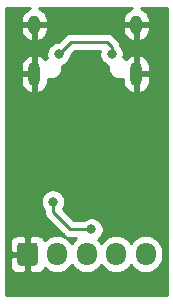
<source format=gbl>
G04 #@! TF.GenerationSoftware,KiCad,Pcbnew,(5.1.12)-1*
G04 #@! TF.CreationDate,2022-09-04T19:37:19+09:00*
G04 #@! TF.ProjectId,AT,41542e6b-6963-4616-945f-706362585858,rev?*
G04 #@! TF.SameCoordinates,PX791ddc0PY4323800*
G04 #@! TF.FileFunction,Copper,L2,Bot*
G04 #@! TF.FilePolarity,Positive*
%FSLAX46Y46*%
G04 Gerber Fmt 4.6, Leading zero omitted, Abs format (unit mm)*
G04 Created by KiCad (PCBNEW (5.1.12)-1) date 2022-09-04 19:37:19*
%MOMM*%
%LPD*%
G01*
G04 APERTURE LIST*
G04 #@! TA.AperFunction,ComponentPad*
%ADD10O,1.700000X1.950000*%
G04 #@! TD*
G04 #@! TA.AperFunction,ComponentPad*
%ADD11O,1.000000X1.600000*%
G04 #@! TD*
G04 #@! TA.AperFunction,ComponentPad*
%ADD12O,1.000000X2.100000*%
G04 #@! TD*
G04 #@! TA.AperFunction,ViaPad*
%ADD13C,0.800000*%
G04 #@! TD*
G04 #@! TA.AperFunction,Conductor*
%ADD14C,0.250000*%
G04 #@! TD*
G04 #@! TA.AperFunction,Conductor*
%ADD15C,0.254000*%
G04 #@! TD*
G04 #@! TA.AperFunction,Conductor*
%ADD16C,0.100000*%
G04 #@! TD*
G04 APERTURE END LIST*
D10*
G04 #@! TO.P,J2,5*
G04 #@! TO.N,Net-(J2-Pad5)*
X12510000Y-21460000D03*
G04 #@! TO.P,J2,4*
G04 #@! TO.N,Net-(J2-Pad4)*
X10010000Y-21460000D03*
G04 #@! TO.P,J2,3*
G04 #@! TO.N,N/C*
X7510000Y-21460000D03*
G04 #@! TO.P,J2,2*
G04 #@! TO.N,Net-(J2-Pad2)*
X5010000Y-21460000D03*
G04 #@! TO.P,J2,1*
G04 #@! TO.N,GND*
G04 #@! TA.AperFunction,ComponentPad*
G36*
G01*
X1660000Y-22185000D02*
X1660000Y-20735000D01*
G75*
G02*
X1910000Y-20485000I250000J0D01*
G01*
X3110000Y-20485000D01*
G75*
G02*
X3360000Y-20735000I0J-250000D01*
G01*
X3360000Y-22185000D01*
G75*
G02*
X3110000Y-22435000I-250000J0D01*
G01*
X1910000Y-22435000D01*
G75*
G02*
X1660000Y-22185000I0J250000D01*
G01*
G37*
G04 #@! TD.AperFunction*
G04 #@! TD*
D11*
G04 #@! TO.P,J1,S1*
G04 #@! TO.N,GND*
X3080000Y-2025000D03*
X11720000Y-2025000D03*
D12*
X3080000Y-6205000D03*
X11720000Y-6205000D03*
G04 #@! TD*
D13*
G04 #@! TO.N,GND*
X11260000Y-12210000D03*
X12510000Y-18870000D03*
X1760000Y-14120000D03*
X5390000Y-24240000D03*
X13750000Y-2120000D03*
X7830000Y-1310000D03*
X1340000Y-1480000D03*
G04 #@! TO.N,Net-(F1-Pad2)*
X9630000Y-4510000D03*
X5150000Y-4520000D03*
G04 #@! TO.N,Net-(J2-Pad4)*
X4660000Y-17020000D03*
X7920000Y-19370000D03*
G04 #@! TD*
D14*
G04 #@! TO.N,Net-(F1-Pad2)*
X9630000Y-4510000D02*
X9630000Y-3890000D01*
X9630000Y-3890000D02*
X9220000Y-3480000D01*
X9220000Y-3480000D02*
X6190000Y-3480000D01*
X6190000Y-3480000D02*
X5150000Y-4520000D01*
X5150000Y-4520000D02*
X5150000Y-4520000D01*
G04 #@! TO.N,Net-(J2-Pad4)*
X7920000Y-19370000D02*
X6140000Y-19370000D01*
X4660000Y-17890000D02*
X4660000Y-17020000D01*
X6140000Y-19370000D02*
X4660000Y-17890000D01*
G04 #@! TD*
D15*
G04 #@! TO.N,GND*
X2555024Y-710724D02*
X2367236Y-832631D01*
X2206839Y-988831D01*
X2079997Y-1173322D01*
X1991585Y-1379013D01*
X1945000Y-1598000D01*
X1945000Y-1898000D01*
X2953000Y-1898000D01*
X2953000Y-1878000D01*
X3207000Y-1878000D01*
X3207000Y-1898000D01*
X4215000Y-1898000D01*
X4215000Y-1598000D01*
X4168415Y-1379013D01*
X4080003Y-1173322D01*
X3953161Y-988831D01*
X3792764Y-832631D01*
X3604976Y-710724D01*
X3463240Y-660000D01*
X11336760Y-660000D01*
X11195024Y-710724D01*
X11007236Y-832631D01*
X10846839Y-988831D01*
X10719997Y-1173322D01*
X10631585Y-1379013D01*
X10585000Y-1598000D01*
X10585000Y-1898000D01*
X11593000Y-1898000D01*
X11593000Y-1878000D01*
X11847000Y-1878000D01*
X11847000Y-1898000D01*
X12855000Y-1898000D01*
X12855000Y-1598000D01*
X12808415Y-1379013D01*
X12720003Y-1173322D01*
X12593161Y-988831D01*
X12432764Y-832631D01*
X12244976Y-710724D01*
X12103240Y-660000D01*
X14340000Y-660000D01*
X14340001Y-24940000D01*
X660000Y-24940000D01*
X660000Y-22435000D01*
X1021928Y-22435000D01*
X1034188Y-22559482D01*
X1070498Y-22679180D01*
X1129463Y-22789494D01*
X1208815Y-22886185D01*
X1305506Y-22965537D01*
X1415820Y-23024502D01*
X1535518Y-23060812D01*
X1660000Y-23073072D01*
X2224250Y-23070000D01*
X2383000Y-22911250D01*
X2383000Y-21587000D01*
X1183750Y-21587000D01*
X1025000Y-21745750D01*
X1021928Y-22435000D01*
X660000Y-22435000D01*
X660000Y-20485000D01*
X1021928Y-20485000D01*
X1025000Y-21174250D01*
X1183750Y-21333000D01*
X2383000Y-21333000D01*
X2383000Y-20008750D01*
X2637000Y-20008750D01*
X2637000Y-21333000D01*
X2657000Y-21333000D01*
X2657000Y-21587000D01*
X2637000Y-21587000D01*
X2637000Y-22911250D01*
X2795750Y-23070000D01*
X3360000Y-23073072D01*
X3484482Y-23060812D01*
X3604180Y-23024502D01*
X3714494Y-22965537D01*
X3811185Y-22886185D01*
X3890537Y-22789494D01*
X3949502Y-22679180D01*
X3960055Y-22644392D01*
X4180987Y-22825706D01*
X4438967Y-22963599D01*
X4718890Y-23048513D01*
X5010000Y-23077185D01*
X5301111Y-23048513D01*
X5581034Y-22963599D01*
X5839014Y-22825706D01*
X6065134Y-22640134D01*
X6250706Y-22414014D01*
X6260000Y-22396626D01*
X6269294Y-22414014D01*
X6454866Y-22640134D01*
X6680987Y-22825706D01*
X6938967Y-22963599D01*
X7218890Y-23048513D01*
X7510000Y-23077185D01*
X7801111Y-23048513D01*
X8081034Y-22963599D01*
X8339014Y-22825706D01*
X8565134Y-22640134D01*
X8750706Y-22414014D01*
X8760000Y-22396626D01*
X8769294Y-22414014D01*
X8954866Y-22640134D01*
X9180987Y-22825706D01*
X9438967Y-22963599D01*
X9718890Y-23048513D01*
X10010000Y-23077185D01*
X10301111Y-23048513D01*
X10581034Y-22963599D01*
X10839014Y-22825706D01*
X11065134Y-22640134D01*
X11250706Y-22414014D01*
X11260000Y-22396626D01*
X11269294Y-22414014D01*
X11454866Y-22640134D01*
X11680987Y-22825706D01*
X11938967Y-22963599D01*
X12218890Y-23048513D01*
X12510000Y-23077185D01*
X12801111Y-23048513D01*
X13081034Y-22963599D01*
X13339014Y-22825706D01*
X13565134Y-22640134D01*
X13750706Y-22414014D01*
X13888599Y-22156033D01*
X13973513Y-21876110D01*
X13995000Y-21657949D01*
X13995000Y-21262050D01*
X13973513Y-21043889D01*
X13888599Y-20763966D01*
X13750706Y-20505986D01*
X13565134Y-20279866D01*
X13339013Y-20094294D01*
X13081033Y-19956401D01*
X12801110Y-19871487D01*
X12510000Y-19842815D01*
X12218889Y-19871487D01*
X11938966Y-19956401D01*
X11680986Y-20094294D01*
X11454866Y-20279866D01*
X11269294Y-20505987D01*
X11260000Y-20523374D01*
X11250706Y-20505986D01*
X11065134Y-20279866D01*
X10839013Y-20094294D01*
X10581033Y-19956401D01*
X10301110Y-19871487D01*
X10010000Y-19842815D01*
X9718889Y-19871487D01*
X9438966Y-19956401D01*
X9180986Y-20094294D01*
X8954866Y-20279866D01*
X8769294Y-20505987D01*
X8760000Y-20523374D01*
X8750706Y-20505986D01*
X8565134Y-20279866D01*
X8500556Y-20226869D01*
X8579774Y-20173937D01*
X8723937Y-20029774D01*
X8837205Y-19860256D01*
X8915226Y-19671898D01*
X8955000Y-19471939D01*
X8955000Y-19268061D01*
X8915226Y-19068102D01*
X8837205Y-18879744D01*
X8723937Y-18710226D01*
X8579774Y-18566063D01*
X8410256Y-18452795D01*
X8221898Y-18374774D01*
X8021939Y-18335000D01*
X7818061Y-18335000D01*
X7618102Y-18374774D01*
X7429744Y-18452795D01*
X7260226Y-18566063D01*
X7216289Y-18610000D01*
X6454802Y-18610000D01*
X5488225Y-17643424D01*
X5577205Y-17510256D01*
X5655226Y-17321898D01*
X5695000Y-17121939D01*
X5695000Y-16918061D01*
X5655226Y-16718102D01*
X5577205Y-16529744D01*
X5463937Y-16360226D01*
X5319774Y-16216063D01*
X5150256Y-16102795D01*
X4961898Y-16024774D01*
X4761939Y-15985000D01*
X4558061Y-15985000D01*
X4358102Y-16024774D01*
X4169744Y-16102795D01*
X4000226Y-16216063D01*
X3856063Y-16360226D01*
X3742795Y-16529744D01*
X3664774Y-16718102D01*
X3625000Y-16918061D01*
X3625000Y-17121939D01*
X3664774Y-17321898D01*
X3742795Y-17510256D01*
X3856063Y-17679774D01*
X3900000Y-17723711D01*
X3900000Y-17852678D01*
X3896324Y-17890000D01*
X3900000Y-17927322D01*
X3900000Y-17927332D01*
X3910997Y-18038985D01*
X3954454Y-18182246D01*
X4025026Y-18314276D01*
X4042034Y-18335000D01*
X4119999Y-18430001D01*
X4149003Y-18453804D01*
X5576201Y-19881003D01*
X5599999Y-19910001D01*
X5628997Y-19933799D01*
X5715723Y-20004974D01*
X5847753Y-20075546D01*
X5991014Y-20119003D01*
X6102667Y-20130000D01*
X6102676Y-20130000D01*
X6139999Y-20133676D01*
X6177322Y-20130000D01*
X6637478Y-20130000D01*
X6454866Y-20279866D01*
X6269294Y-20505987D01*
X6260000Y-20523374D01*
X6250706Y-20505986D01*
X6065134Y-20279866D01*
X5839013Y-20094294D01*
X5581033Y-19956401D01*
X5301110Y-19871487D01*
X5010000Y-19842815D01*
X4718889Y-19871487D01*
X4438966Y-19956401D01*
X4180986Y-20094294D01*
X3960055Y-20275608D01*
X3949502Y-20240820D01*
X3890537Y-20130506D01*
X3811185Y-20033815D01*
X3714494Y-19954463D01*
X3604180Y-19895498D01*
X3484482Y-19859188D01*
X3360000Y-19846928D01*
X2795750Y-19850000D01*
X2637000Y-20008750D01*
X2383000Y-20008750D01*
X2224250Y-19850000D01*
X1660000Y-19846928D01*
X1535518Y-19859188D01*
X1415820Y-19895498D01*
X1305506Y-19954463D01*
X1208815Y-20033815D01*
X1129463Y-20130506D01*
X1070498Y-20240820D01*
X1034188Y-20360518D01*
X1021928Y-20485000D01*
X660000Y-20485000D01*
X660000Y-6332000D01*
X1945000Y-6332000D01*
X1945000Y-6882000D01*
X1991585Y-7100987D01*
X2079997Y-7306678D01*
X2206839Y-7491169D01*
X2367236Y-7647369D01*
X2555024Y-7769276D01*
X2778126Y-7849119D01*
X2953000Y-7722954D01*
X2953000Y-6332000D01*
X1945000Y-6332000D01*
X660000Y-6332000D01*
X660000Y-5528000D01*
X1945000Y-5528000D01*
X1945000Y-6078000D01*
X2953000Y-6078000D01*
X2953000Y-4687046D01*
X3207000Y-4687046D01*
X3207000Y-6078000D01*
X3227000Y-6078000D01*
X3227000Y-6332000D01*
X3207000Y-6332000D01*
X3207000Y-7722954D01*
X3381874Y-7849119D01*
X3604976Y-7769276D01*
X3792764Y-7647369D01*
X3953161Y-7491169D01*
X4080003Y-7306678D01*
X4168415Y-7100987D01*
X4215000Y-6882000D01*
X4215000Y-6621904D01*
X4229978Y-6628108D01*
X4415448Y-6665000D01*
X4604552Y-6665000D01*
X4790022Y-6628108D01*
X4964731Y-6555741D01*
X5121964Y-6450681D01*
X5255681Y-6316964D01*
X5360741Y-6159731D01*
X5433108Y-5985022D01*
X5470000Y-5799552D01*
X5470000Y-5610448D01*
X5451091Y-5515386D01*
X5451898Y-5515226D01*
X5640256Y-5437205D01*
X5809774Y-5323937D01*
X5953937Y-5179774D01*
X6067205Y-5010256D01*
X6145226Y-4821898D01*
X6185000Y-4621939D01*
X6185000Y-4559801D01*
X6504802Y-4240000D01*
X8628429Y-4240000D01*
X8595000Y-4408061D01*
X8595000Y-4611939D01*
X8634774Y-4811898D01*
X8712795Y-5000256D01*
X8826063Y-5169774D01*
X8970226Y-5313937D01*
X9139744Y-5427205D01*
X9328102Y-5505226D01*
X9350061Y-5509594D01*
X9330000Y-5610448D01*
X9330000Y-5799552D01*
X9366892Y-5985022D01*
X9439259Y-6159731D01*
X9544319Y-6316964D01*
X9678036Y-6450681D01*
X9835269Y-6555741D01*
X10009978Y-6628108D01*
X10195448Y-6665000D01*
X10384552Y-6665000D01*
X10570022Y-6628108D01*
X10585000Y-6621904D01*
X10585000Y-6882000D01*
X10631585Y-7100987D01*
X10719997Y-7306678D01*
X10846839Y-7491169D01*
X11007236Y-7647369D01*
X11195024Y-7769276D01*
X11418126Y-7849119D01*
X11593000Y-7722954D01*
X11593000Y-6332000D01*
X11847000Y-6332000D01*
X11847000Y-7722954D01*
X12021874Y-7849119D01*
X12244976Y-7769276D01*
X12432764Y-7647369D01*
X12593161Y-7491169D01*
X12720003Y-7306678D01*
X12808415Y-7100987D01*
X12855000Y-6882000D01*
X12855000Y-6332000D01*
X11847000Y-6332000D01*
X11593000Y-6332000D01*
X11573000Y-6332000D01*
X11573000Y-6078000D01*
X11593000Y-6078000D01*
X11593000Y-4687046D01*
X11847000Y-4687046D01*
X11847000Y-6078000D01*
X12855000Y-6078000D01*
X12855000Y-5528000D01*
X12808415Y-5309013D01*
X12720003Y-5103322D01*
X12593161Y-4918831D01*
X12432764Y-4762631D01*
X12244976Y-4640724D01*
X12021874Y-4560881D01*
X11847000Y-4687046D01*
X11593000Y-4687046D01*
X11418126Y-4560881D01*
X11195024Y-4640724D01*
X11007236Y-4762631D01*
X10846839Y-4918831D01*
X10845117Y-4921335D01*
X10744731Y-4854259D01*
X10626538Y-4805302D01*
X10665000Y-4611939D01*
X10665000Y-4408061D01*
X10625226Y-4208102D01*
X10547205Y-4019744D01*
X10433937Y-3850226D01*
X10384933Y-3801222D01*
X10379003Y-3741014D01*
X10335546Y-3597753D01*
X10272605Y-3480001D01*
X10264974Y-3465724D01*
X10170001Y-3349999D01*
X10140997Y-3326196D01*
X9783804Y-2969003D01*
X9760001Y-2939999D01*
X9644276Y-2845026D01*
X9512247Y-2774454D01*
X9368986Y-2730997D01*
X9257333Y-2720000D01*
X9257322Y-2720000D01*
X9220000Y-2716324D01*
X9182678Y-2720000D01*
X6227322Y-2720000D01*
X6189999Y-2716324D01*
X6152676Y-2720000D01*
X6152667Y-2720000D01*
X6041014Y-2730997D01*
X5897753Y-2774454D01*
X5765723Y-2845026D01*
X5682083Y-2913668D01*
X5649999Y-2939999D01*
X5626201Y-2968997D01*
X5110199Y-3485000D01*
X5048061Y-3485000D01*
X4848102Y-3524774D01*
X4659744Y-3602795D01*
X4490226Y-3716063D01*
X4346063Y-3860226D01*
X4232795Y-4029744D01*
X4154774Y-4218102D01*
X4115000Y-4418061D01*
X4115000Y-4621939D01*
X4153147Y-4813717D01*
X4055269Y-4854259D01*
X3954883Y-4921335D01*
X3953161Y-4918831D01*
X3792764Y-4762631D01*
X3604976Y-4640724D01*
X3381874Y-4560881D01*
X3207000Y-4687046D01*
X2953000Y-4687046D01*
X2778126Y-4560881D01*
X2555024Y-4640724D01*
X2367236Y-4762631D01*
X2206839Y-4918831D01*
X2079997Y-5103322D01*
X1991585Y-5309013D01*
X1945000Y-5528000D01*
X660000Y-5528000D01*
X660000Y-2152000D01*
X1945000Y-2152000D01*
X1945000Y-2452000D01*
X1991585Y-2670987D01*
X2079997Y-2876678D01*
X2206839Y-3061169D01*
X2367236Y-3217369D01*
X2555024Y-3339276D01*
X2778126Y-3419119D01*
X2953000Y-3292954D01*
X2953000Y-2152000D01*
X3207000Y-2152000D01*
X3207000Y-3292954D01*
X3381874Y-3419119D01*
X3604976Y-3339276D01*
X3792764Y-3217369D01*
X3953161Y-3061169D01*
X4080003Y-2876678D01*
X4168415Y-2670987D01*
X4215000Y-2452000D01*
X4215000Y-2152000D01*
X10585000Y-2152000D01*
X10585000Y-2452000D01*
X10631585Y-2670987D01*
X10719997Y-2876678D01*
X10846839Y-3061169D01*
X11007236Y-3217369D01*
X11195024Y-3339276D01*
X11418126Y-3419119D01*
X11593000Y-3292954D01*
X11593000Y-2152000D01*
X11847000Y-2152000D01*
X11847000Y-3292954D01*
X12021874Y-3419119D01*
X12244976Y-3339276D01*
X12432764Y-3217369D01*
X12593161Y-3061169D01*
X12720003Y-2876678D01*
X12808415Y-2670987D01*
X12855000Y-2452000D01*
X12855000Y-2152000D01*
X11847000Y-2152000D01*
X11593000Y-2152000D01*
X10585000Y-2152000D01*
X4215000Y-2152000D01*
X3207000Y-2152000D01*
X2953000Y-2152000D01*
X1945000Y-2152000D01*
X660000Y-2152000D01*
X660000Y-660000D01*
X2696760Y-660000D01*
X2555024Y-710724D01*
G04 #@! TA.AperFunction,Conductor*
D16*
G36*
X2555024Y-710724D02*
G01*
X2367236Y-832631D01*
X2206839Y-988831D01*
X2079997Y-1173322D01*
X1991585Y-1379013D01*
X1945000Y-1598000D01*
X1945000Y-1898000D01*
X2953000Y-1898000D01*
X2953000Y-1878000D01*
X3207000Y-1878000D01*
X3207000Y-1898000D01*
X4215000Y-1898000D01*
X4215000Y-1598000D01*
X4168415Y-1379013D01*
X4080003Y-1173322D01*
X3953161Y-988831D01*
X3792764Y-832631D01*
X3604976Y-710724D01*
X3463240Y-660000D01*
X11336760Y-660000D01*
X11195024Y-710724D01*
X11007236Y-832631D01*
X10846839Y-988831D01*
X10719997Y-1173322D01*
X10631585Y-1379013D01*
X10585000Y-1598000D01*
X10585000Y-1898000D01*
X11593000Y-1898000D01*
X11593000Y-1878000D01*
X11847000Y-1878000D01*
X11847000Y-1898000D01*
X12855000Y-1898000D01*
X12855000Y-1598000D01*
X12808415Y-1379013D01*
X12720003Y-1173322D01*
X12593161Y-988831D01*
X12432764Y-832631D01*
X12244976Y-710724D01*
X12103240Y-660000D01*
X14340000Y-660000D01*
X14340001Y-24940000D01*
X660000Y-24940000D01*
X660000Y-22435000D01*
X1021928Y-22435000D01*
X1034188Y-22559482D01*
X1070498Y-22679180D01*
X1129463Y-22789494D01*
X1208815Y-22886185D01*
X1305506Y-22965537D01*
X1415820Y-23024502D01*
X1535518Y-23060812D01*
X1660000Y-23073072D01*
X2224250Y-23070000D01*
X2383000Y-22911250D01*
X2383000Y-21587000D01*
X1183750Y-21587000D01*
X1025000Y-21745750D01*
X1021928Y-22435000D01*
X660000Y-22435000D01*
X660000Y-20485000D01*
X1021928Y-20485000D01*
X1025000Y-21174250D01*
X1183750Y-21333000D01*
X2383000Y-21333000D01*
X2383000Y-20008750D01*
X2637000Y-20008750D01*
X2637000Y-21333000D01*
X2657000Y-21333000D01*
X2657000Y-21587000D01*
X2637000Y-21587000D01*
X2637000Y-22911250D01*
X2795750Y-23070000D01*
X3360000Y-23073072D01*
X3484482Y-23060812D01*
X3604180Y-23024502D01*
X3714494Y-22965537D01*
X3811185Y-22886185D01*
X3890537Y-22789494D01*
X3949502Y-22679180D01*
X3960055Y-22644392D01*
X4180987Y-22825706D01*
X4438967Y-22963599D01*
X4718890Y-23048513D01*
X5010000Y-23077185D01*
X5301111Y-23048513D01*
X5581034Y-22963599D01*
X5839014Y-22825706D01*
X6065134Y-22640134D01*
X6250706Y-22414014D01*
X6260000Y-22396626D01*
X6269294Y-22414014D01*
X6454866Y-22640134D01*
X6680987Y-22825706D01*
X6938967Y-22963599D01*
X7218890Y-23048513D01*
X7510000Y-23077185D01*
X7801111Y-23048513D01*
X8081034Y-22963599D01*
X8339014Y-22825706D01*
X8565134Y-22640134D01*
X8750706Y-22414014D01*
X8760000Y-22396626D01*
X8769294Y-22414014D01*
X8954866Y-22640134D01*
X9180987Y-22825706D01*
X9438967Y-22963599D01*
X9718890Y-23048513D01*
X10010000Y-23077185D01*
X10301111Y-23048513D01*
X10581034Y-22963599D01*
X10839014Y-22825706D01*
X11065134Y-22640134D01*
X11250706Y-22414014D01*
X11260000Y-22396626D01*
X11269294Y-22414014D01*
X11454866Y-22640134D01*
X11680987Y-22825706D01*
X11938967Y-22963599D01*
X12218890Y-23048513D01*
X12510000Y-23077185D01*
X12801111Y-23048513D01*
X13081034Y-22963599D01*
X13339014Y-22825706D01*
X13565134Y-22640134D01*
X13750706Y-22414014D01*
X13888599Y-22156033D01*
X13973513Y-21876110D01*
X13995000Y-21657949D01*
X13995000Y-21262050D01*
X13973513Y-21043889D01*
X13888599Y-20763966D01*
X13750706Y-20505986D01*
X13565134Y-20279866D01*
X13339013Y-20094294D01*
X13081033Y-19956401D01*
X12801110Y-19871487D01*
X12510000Y-19842815D01*
X12218889Y-19871487D01*
X11938966Y-19956401D01*
X11680986Y-20094294D01*
X11454866Y-20279866D01*
X11269294Y-20505987D01*
X11260000Y-20523374D01*
X11250706Y-20505986D01*
X11065134Y-20279866D01*
X10839013Y-20094294D01*
X10581033Y-19956401D01*
X10301110Y-19871487D01*
X10010000Y-19842815D01*
X9718889Y-19871487D01*
X9438966Y-19956401D01*
X9180986Y-20094294D01*
X8954866Y-20279866D01*
X8769294Y-20505987D01*
X8760000Y-20523374D01*
X8750706Y-20505986D01*
X8565134Y-20279866D01*
X8500556Y-20226869D01*
X8579774Y-20173937D01*
X8723937Y-20029774D01*
X8837205Y-19860256D01*
X8915226Y-19671898D01*
X8955000Y-19471939D01*
X8955000Y-19268061D01*
X8915226Y-19068102D01*
X8837205Y-18879744D01*
X8723937Y-18710226D01*
X8579774Y-18566063D01*
X8410256Y-18452795D01*
X8221898Y-18374774D01*
X8021939Y-18335000D01*
X7818061Y-18335000D01*
X7618102Y-18374774D01*
X7429744Y-18452795D01*
X7260226Y-18566063D01*
X7216289Y-18610000D01*
X6454802Y-18610000D01*
X5488225Y-17643424D01*
X5577205Y-17510256D01*
X5655226Y-17321898D01*
X5695000Y-17121939D01*
X5695000Y-16918061D01*
X5655226Y-16718102D01*
X5577205Y-16529744D01*
X5463937Y-16360226D01*
X5319774Y-16216063D01*
X5150256Y-16102795D01*
X4961898Y-16024774D01*
X4761939Y-15985000D01*
X4558061Y-15985000D01*
X4358102Y-16024774D01*
X4169744Y-16102795D01*
X4000226Y-16216063D01*
X3856063Y-16360226D01*
X3742795Y-16529744D01*
X3664774Y-16718102D01*
X3625000Y-16918061D01*
X3625000Y-17121939D01*
X3664774Y-17321898D01*
X3742795Y-17510256D01*
X3856063Y-17679774D01*
X3900000Y-17723711D01*
X3900000Y-17852678D01*
X3896324Y-17890000D01*
X3900000Y-17927322D01*
X3900000Y-17927332D01*
X3910997Y-18038985D01*
X3954454Y-18182246D01*
X4025026Y-18314276D01*
X4042034Y-18335000D01*
X4119999Y-18430001D01*
X4149003Y-18453804D01*
X5576201Y-19881003D01*
X5599999Y-19910001D01*
X5628997Y-19933799D01*
X5715723Y-20004974D01*
X5847753Y-20075546D01*
X5991014Y-20119003D01*
X6102667Y-20130000D01*
X6102676Y-20130000D01*
X6139999Y-20133676D01*
X6177322Y-20130000D01*
X6637478Y-20130000D01*
X6454866Y-20279866D01*
X6269294Y-20505987D01*
X6260000Y-20523374D01*
X6250706Y-20505986D01*
X6065134Y-20279866D01*
X5839013Y-20094294D01*
X5581033Y-19956401D01*
X5301110Y-19871487D01*
X5010000Y-19842815D01*
X4718889Y-19871487D01*
X4438966Y-19956401D01*
X4180986Y-20094294D01*
X3960055Y-20275608D01*
X3949502Y-20240820D01*
X3890537Y-20130506D01*
X3811185Y-20033815D01*
X3714494Y-19954463D01*
X3604180Y-19895498D01*
X3484482Y-19859188D01*
X3360000Y-19846928D01*
X2795750Y-19850000D01*
X2637000Y-20008750D01*
X2383000Y-20008750D01*
X2224250Y-19850000D01*
X1660000Y-19846928D01*
X1535518Y-19859188D01*
X1415820Y-19895498D01*
X1305506Y-19954463D01*
X1208815Y-20033815D01*
X1129463Y-20130506D01*
X1070498Y-20240820D01*
X1034188Y-20360518D01*
X1021928Y-20485000D01*
X660000Y-20485000D01*
X660000Y-6332000D01*
X1945000Y-6332000D01*
X1945000Y-6882000D01*
X1991585Y-7100987D01*
X2079997Y-7306678D01*
X2206839Y-7491169D01*
X2367236Y-7647369D01*
X2555024Y-7769276D01*
X2778126Y-7849119D01*
X2953000Y-7722954D01*
X2953000Y-6332000D01*
X1945000Y-6332000D01*
X660000Y-6332000D01*
X660000Y-5528000D01*
X1945000Y-5528000D01*
X1945000Y-6078000D01*
X2953000Y-6078000D01*
X2953000Y-4687046D01*
X3207000Y-4687046D01*
X3207000Y-6078000D01*
X3227000Y-6078000D01*
X3227000Y-6332000D01*
X3207000Y-6332000D01*
X3207000Y-7722954D01*
X3381874Y-7849119D01*
X3604976Y-7769276D01*
X3792764Y-7647369D01*
X3953161Y-7491169D01*
X4080003Y-7306678D01*
X4168415Y-7100987D01*
X4215000Y-6882000D01*
X4215000Y-6621904D01*
X4229978Y-6628108D01*
X4415448Y-6665000D01*
X4604552Y-6665000D01*
X4790022Y-6628108D01*
X4964731Y-6555741D01*
X5121964Y-6450681D01*
X5255681Y-6316964D01*
X5360741Y-6159731D01*
X5433108Y-5985022D01*
X5470000Y-5799552D01*
X5470000Y-5610448D01*
X5451091Y-5515386D01*
X5451898Y-5515226D01*
X5640256Y-5437205D01*
X5809774Y-5323937D01*
X5953937Y-5179774D01*
X6067205Y-5010256D01*
X6145226Y-4821898D01*
X6185000Y-4621939D01*
X6185000Y-4559801D01*
X6504802Y-4240000D01*
X8628429Y-4240000D01*
X8595000Y-4408061D01*
X8595000Y-4611939D01*
X8634774Y-4811898D01*
X8712795Y-5000256D01*
X8826063Y-5169774D01*
X8970226Y-5313937D01*
X9139744Y-5427205D01*
X9328102Y-5505226D01*
X9350061Y-5509594D01*
X9330000Y-5610448D01*
X9330000Y-5799552D01*
X9366892Y-5985022D01*
X9439259Y-6159731D01*
X9544319Y-6316964D01*
X9678036Y-6450681D01*
X9835269Y-6555741D01*
X10009978Y-6628108D01*
X10195448Y-6665000D01*
X10384552Y-6665000D01*
X10570022Y-6628108D01*
X10585000Y-6621904D01*
X10585000Y-6882000D01*
X10631585Y-7100987D01*
X10719997Y-7306678D01*
X10846839Y-7491169D01*
X11007236Y-7647369D01*
X11195024Y-7769276D01*
X11418126Y-7849119D01*
X11593000Y-7722954D01*
X11593000Y-6332000D01*
X11847000Y-6332000D01*
X11847000Y-7722954D01*
X12021874Y-7849119D01*
X12244976Y-7769276D01*
X12432764Y-7647369D01*
X12593161Y-7491169D01*
X12720003Y-7306678D01*
X12808415Y-7100987D01*
X12855000Y-6882000D01*
X12855000Y-6332000D01*
X11847000Y-6332000D01*
X11593000Y-6332000D01*
X11573000Y-6332000D01*
X11573000Y-6078000D01*
X11593000Y-6078000D01*
X11593000Y-4687046D01*
X11847000Y-4687046D01*
X11847000Y-6078000D01*
X12855000Y-6078000D01*
X12855000Y-5528000D01*
X12808415Y-5309013D01*
X12720003Y-5103322D01*
X12593161Y-4918831D01*
X12432764Y-4762631D01*
X12244976Y-4640724D01*
X12021874Y-4560881D01*
X11847000Y-4687046D01*
X11593000Y-4687046D01*
X11418126Y-4560881D01*
X11195024Y-4640724D01*
X11007236Y-4762631D01*
X10846839Y-4918831D01*
X10845117Y-4921335D01*
X10744731Y-4854259D01*
X10626538Y-4805302D01*
X10665000Y-4611939D01*
X10665000Y-4408061D01*
X10625226Y-4208102D01*
X10547205Y-4019744D01*
X10433937Y-3850226D01*
X10384933Y-3801222D01*
X10379003Y-3741014D01*
X10335546Y-3597753D01*
X10272605Y-3480001D01*
X10264974Y-3465724D01*
X10170001Y-3349999D01*
X10140997Y-3326196D01*
X9783804Y-2969003D01*
X9760001Y-2939999D01*
X9644276Y-2845026D01*
X9512247Y-2774454D01*
X9368986Y-2730997D01*
X9257333Y-2720000D01*
X9257322Y-2720000D01*
X9220000Y-2716324D01*
X9182678Y-2720000D01*
X6227322Y-2720000D01*
X6189999Y-2716324D01*
X6152676Y-2720000D01*
X6152667Y-2720000D01*
X6041014Y-2730997D01*
X5897753Y-2774454D01*
X5765723Y-2845026D01*
X5682083Y-2913668D01*
X5649999Y-2939999D01*
X5626201Y-2968997D01*
X5110199Y-3485000D01*
X5048061Y-3485000D01*
X4848102Y-3524774D01*
X4659744Y-3602795D01*
X4490226Y-3716063D01*
X4346063Y-3860226D01*
X4232795Y-4029744D01*
X4154774Y-4218102D01*
X4115000Y-4418061D01*
X4115000Y-4621939D01*
X4153147Y-4813717D01*
X4055269Y-4854259D01*
X3954883Y-4921335D01*
X3953161Y-4918831D01*
X3792764Y-4762631D01*
X3604976Y-4640724D01*
X3381874Y-4560881D01*
X3207000Y-4687046D01*
X2953000Y-4687046D01*
X2778126Y-4560881D01*
X2555024Y-4640724D01*
X2367236Y-4762631D01*
X2206839Y-4918831D01*
X2079997Y-5103322D01*
X1991585Y-5309013D01*
X1945000Y-5528000D01*
X660000Y-5528000D01*
X660000Y-2152000D01*
X1945000Y-2152000D01*
X1945000Y-2452000D01*
X1991585Y-2670987D01*
X2079997Y-2876678D01*
X2206839Y-3061169D01*
X2367236Y-3217369D01*
X2555024Y-3339276D01*
X2778126Y-3419119D01*
X2953000Y-3292954D01*
X2953000Y-2152000D01*
X3207000Y-2152000D01*
X3207000Y-3292954D01*
X3381874Y-3419119D01*
X3604976Y-3339276D01*
X3792764Y-3217369D01*
X3953161Y-3061169D01*
X4080003Y-2876678D01*
X4168415Y-2670987D01*
X4215000Y-2452000D01*
X4215000Y-2152000D01*
X10585000Y-2152000D01*
X10585000Y-2452000D01*
X10631585Y-2670987D01*
X10719997Y-2876678D01*
X10846839Y-3061169D01*
X11007236Y-3217369D01*
X11195024Y-3339276D01*
X11418126Y-3419119D01*
X11593000Y-3292954D01*
X11593000Y-2152000D01*
X11847000Y-2152000D01*
X11847000Y-3292954D01*
X12021874Y-3419119D01*
X12244976Y-3339276D01*
X12432764Y-3217369D01*
X12593161Y-3061169D01*
X12720003Y-2876678D01*
X12808415Y-2670987D01*
X12855000Y-2452000D01*
X12855000Y-2152000D01*
X11847000Y-2152000D01*
X11593000Y-2152000D01*
X10585000Y-2152000D01*
X4215000Y-2152000D01*
X3207000Y-2152000D01*
X2953000Y-2152000D01*
X1945000Y-2152000D01*
X660000Y-2152000D01*
X660000Y-660000D01*
X2696760Y-660000D01*
X2555024Y-710724D01*
G37*
G04 #@! TD.AperFunction*
G04 #@! TD*
M02*

</source>
